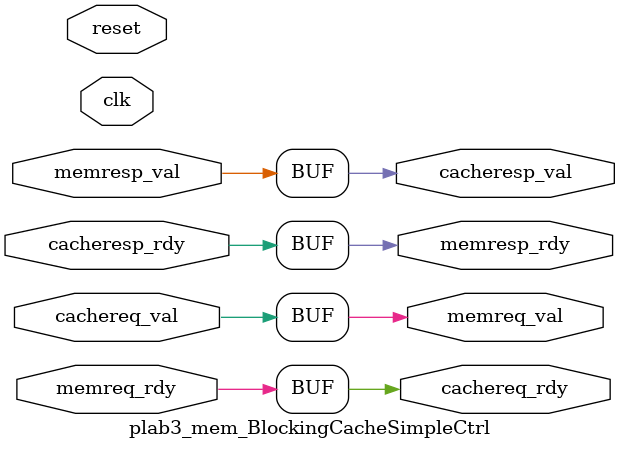
<source format=v>

`ifndef PLAB3_MEM_BLOCKING_CACHE_SIMPLE_CTRL_V
`define PLAB3_MEM_BLOCKING_CACHE_SIMPLE_CTRL_V

`include "vc-mem-msgs.v"

module plab3_mem_BlockingCacheSimpleCtrl
#(
  parameter size    = 256,            // Cache size in bytes

  // local parameters not meant to be set from outside
  parameter dbw     = 32,             // Short name for data bitwidth
  parameter abw     = 32,             // Short name for addr bitwidth
  parameter clw     = 128,            // Short name for cacheline bitwidth
  parameter nblocks = size*8/clw      // Number of blocks in the cache
)
(
  input                                         clk,
  input                                         reset,

  // Cache Request

  input                                         cachereq_val,
  output                                        cachereq_rdy,

  // Cache Response

  output                                        cacheresp_val,
  input                                         cacheresp_rdy,

  // Memory Request

  output                                        memreq_val,
  input                                         memreq_rdy,

  // Memory Response

  input                                         memresp_val,
  output                                        memresp_rdy
);

  // pass through the request and response signals in the null cache

  assign memreq_val    = cachereq_val;
  assign cachereq_rdy  = memreq_rdy;

  assign cacheresp_val = memresp_val;
  assign memresp_rdy   = cacheresp_rdy;

endmodule

`endif

</source>
